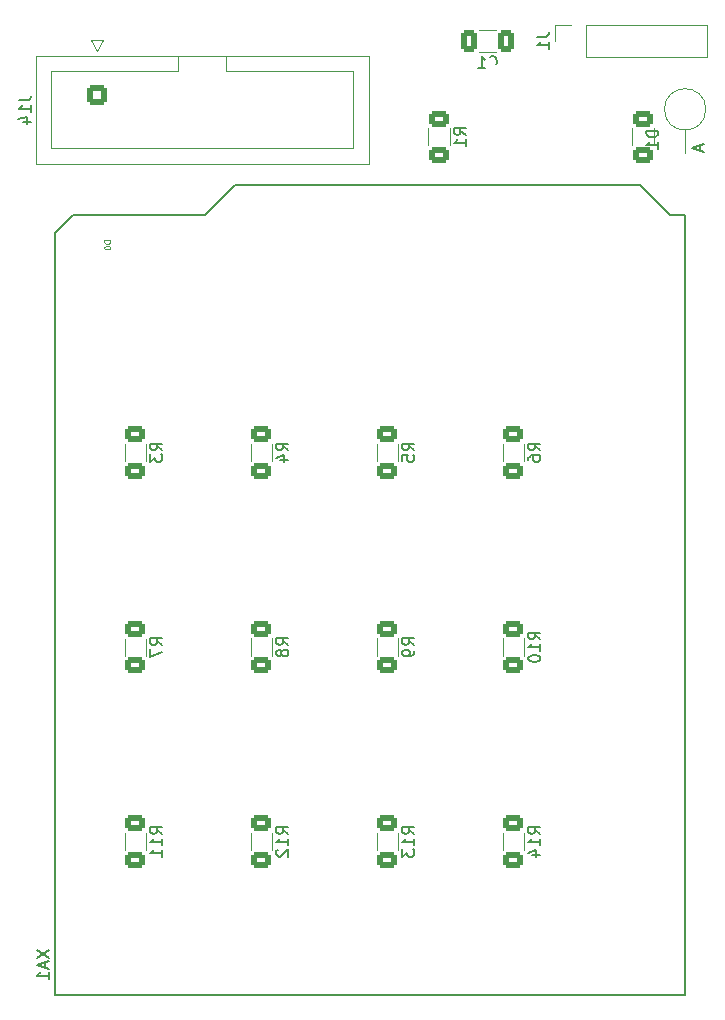
<source format=gbo>
G04 #@! TF.GenerationSoftware,KiCad,Pcbnew,7.0.1*
G04 #@! TF.CreationDate,2023-05-11T17:19:09+02:00*
G04 #@! TF.ProjectId,midi-interface,6d696469-2d69-46e7-9465-72666163652e,rev?*
G04 #@! TF.SameCoordinates,Original*
G04 #@! TF.FileFunction,Legend,Bot*
G04 #@! TF.FilePolarity,Positive*
%FSLAX46Y46*%
G04 Gerber Fmt 4.6, Leading zero omitted, Abs format (unit mm)*
G04 Created by KiCad (PCBNEW 7.0.1) date 2023-05-11 17:19:09*
%MOMM*%
%LPD*%
G01*
G04 APERTURE LIST*
G04 Aperture macros list*
%AMRoundRect*
0 Rectangle with rounded corners*
0 $1 Rounding radius*
0 $2 $3 $4 $5 $6 $7 $8 $9 X,Y pos of 4 corners*
0 Add a 4 corners polygon primitive as box body*
4,1,4,$2,$3,$4,$5,$6,$7,$8,$9,$2,$3,0*
0 Add four circle primitives for the rounded corners*
1,1,$1+$1,$2,$3*
1,1,$1+$1,$4,$5*
1,1,$1+$1,$6,$7*
1,1,$1+$1,$8,$9*
0 Add four rect primitives between the rounded corners*
20,1,$1+$1,$2,$3,$4,$5,0*
20,1,$1+$1,$4,$5,$6,$7,0*
20,1,$1+$1,$6,$7,$8,$9,0*
20,1,$1+$1,$8,$9,$2,$3,0*%
G04 Aperture macros list end*
%ADD10C,0.150000*%
%ADD11C,0.075000*%
%ADD12C,0.120000*%
%ADD13R,2.200000X2.200000*%
%ADD14O,2.200000X2.200000*%
%ADD15O,1.600000X1.600000*%
%ADD16R,1.600000X1.600000*%
%ADD17R,1.930000X1.830000*%
%ADD18C,2.130000*%
%ADD19R,1.700000X1.700000*%
%ADD20O,1.700000X1.700000*%
%ADD21O,1.727200X1.727200*%
%ADD22R,1.727200X1.727200*%
%ADD23RoundRect,0.250000X0.625000X-0.400000X0.625000X0.400000X-0.625000X0.400000X-0.625000X-0.400000X0*%
%ADD24RoundRect,0.250000X-0.412500X-0.650000X0.412500X-0.650000X0.412500X0.650000X-0.412500X0.650000X0*%
%ADD25RoundRect,0.250000X-0.625000X0.400000X-0.625000X-0.400000X0.625000X-0.400000X0.625000X0.400000X0*%
%ADD26RoundRect,0.250000X-0.600000X0.600000X-0.600000X-0.600000X0.600000X-0.600000X0.600000X0.600000X0*%
%ADD27C,1.700000*%
G04 APERTURE END LIST*
D10*
X144523984Y-74155723D02*
X143523984Y-74155723D01*
X143523984Y-74155723D02*
X143523984Y-74393818D01*
X143523984Y-74393818D02*
X143571603Y-74536675D01*
X143571603Y-74536675D02*
X143666841Y-74631913D01*
X143666841Y-74631913D02*
X143762079Y-74679532D01*
X143762079Y-74679532D02*
X143952555Y-74727151D01*
X143952555Y-74727151D02*
X144095412Y-74727151D01*
X144095412Y-74727151D02*
X144285888Y-74679532D01*
X144285888Y-74679532D02*
X144381126Y-74631913D01*
X144381126Y-74631913D02*
X144476365Y-74536675D01*
X144476365Y-74536675D02*
X144523984Y-74393818D01*
X144523984Y-74393818D02*
X144523984Y-74155723D01*
X144523984Y-75679532D02*
X144523984Y-75108104D01*
X144523984Y-75393818D02*
X143523984Y-75393818D01*
X143523984Y-75393818D02*
X143666841Y-75298580D01*
X143666841Y-75298580D02*
X143762079Y-75203342D01*
X143762079Y-75203342D02*
X143809698Y-75108104D01*
X148088904Y-75395723D02*
X148088904Y-75871913D01*
X148374619Y-75300485D02*
X147374619Y-75633818D01*
X147374619Y-75633818D02*
X148374619Y-75967151D01*
X91918619Y-143541905D02*
X92918619Y-144208571D01*
X91918619Y-144208571D02*
X92918619Y-143541905D01*
X92632904Y-144541905D02*
X92632904Y-145018095D01*
X92918619Y-144446667D02*
X91918619Y-144780000D01*
X91918619Y-144780000D02*
X92918619Y-145113333D01*
X92918619Y-145970476D02*
X92918619Y-145399048D01*
X92918619Y-145684762D02*
X91918619Y-145684762D01*
X91918619Y-145684762D02*
X92061476Y-145589524D01*
X92061476Y-145589524D02*
X92156714Y-145494286D01*
X92156714Y-145494286D02*
X92204333Y-145399048D01*
D11*
X98148309Y-83450952D02*
X97648309Y-83450952D01*
X97648309Y-83450952D02*
X97648309Y-83570000D01*
X97648309Y-83570000D02*
X97672119Y-83641428D01*
X97672119Y-83641428D02*
X97719738Y-83689047D01*
X97719738Y-83689047D02*
X97767357Y-83712857D01*
X97767357Y-83712857D02*
X97862595Y-83736666D01*
X97862595Y-83736666D02*
X97934023Y-83736666D01*
X97934023Y-83736666D02*
X98029261Y-83712857D01*
X98029261Y-83712857D02*
X98076880Y-83689047D01*
X98076880Y-83689047D02*
X98124500Y-83641428D01*
X98124500Y-83641428D02*
X98148309Y-83570000D01*
X98148309Y-83570000D02*
X98148309Y-83450952D01*
X97648309Y-84046190D02*
X97648309Y-84093809D01*
X97648309Y-84093809D02*
X97672119Y-84141428D01*
X97672119Y-84141428D02*
X97695928Y-84165238D01*
X97695928Y-84165238D02*
X97743547Y-84189047D01*
X97743547Y-84189047D02*
X97838785Y-84212857D01*
X97838785Y-84212857D02*
X97957833Y-84212857D01*
X97957833Y-84212857D02*
X98053071Y-84189047D01*
X98053071Y-84189047D02*
X98100690Y-84165238D01*
X98100690Y-84165238D02*
X98124500Y-84141428D01*
X98124500Y-84141428D02*
X98148309Y-84093809D01*
X98148309Y-84093809D02*
X98148309Y-84046190D01*
X98148309Y-84046190D02*
X98124500Y-83998571D01*
X98124500Y-83998571D02*
X98100690Y-83974762D01*
X98100690Y-83974762D02*
X98053071Y-83950952D01*
X98053071Y-83950952D02*
X97957833Y-83927143D01*
X97957833Y-83927143D02*
X97838785Y-83927143D01*
X97838785Y-83927143D02*
X97743547Y-83950952D01*
X97743547Y-83950952D02*
X97695928Y-83974762D01*
X97695928Y-83974762D02*
X97672119Y-83998571D01*
X97672119Y-83998571D02*
X97648309Y-84046190D01*
D10*
X113210619Y-117703333D02*
X112734428Y-117370000D01*
X113210619Y-117131905D02*
X112210619Y-117131905D01*
X112210619Y-117131905D02*
X112210619Y-117512857D01*
X112210619Y-117512857D02*
X112258238Y-117608095D01*
X112258238Y-117608095D02*
X112305857Y-117655714D01*
X112305857Y-117655714D02*
X112401095Y-117703333D01*
X112401095Y-117703333D02*
X112543952Y-117703333D01*
X112543952Y-117703333D02*
X112639190Y-117655714D01*
X112639190Y-117655714D02*
X112686809Y-117608095D01*
X112686809Y-117608095D02*
X112734428Y-117512857D01*
X112734428Y-117512857D02*
X112734428Y-117131905D01*
X112639190Y-118274762D02*
X112591571Y-118179524D01*
X112591571Y-118179524D02*
X112543952Y-118131905D01*
X112543952Y-118131905D02*
X112448714Y-118084286D01*
X112448714Y-118084286D02*
X112401095Y-118084286D01*
X112401095Y-118084286D02*
X112305857Y-118131905D01*
X112305857Y-118131905D02*
X112258238Y-118179524D01*
X112258238Y-118179524D02*
X112210619Y-118274762D01*
X112210619Y-118274762D02*
X112210619Y-118465238D01*
X112210619Y-118465238D02*
X112258238Y-118560476D01*
X112258238Y-118560476D02*
X112305857Y-118608095D01*
X112305857Y-118608095D02*
X112401095Y-118655714D01*
X112401095Y-118655714D02*
X112448714Y-118655714D01*
X112448714Y-118655714D02*
X112543952Y-118608095D01*
X112543952Y-118608095D02*
X112591571Y-118560476D01*
X112591571Y-118560476D02*
X112639190Y-118465238D01*
X112639190Y-118465238D02*
X112639190Y-118274762D01*
X112639190Y-118274762D02*
X112686809Y-118179524D01*
X112686809Y-118179524D02*
X112734428Y-118131905D01*
X112734428Y-118131905D02*
X112829666Y-118084286D01*
X112829666Y-118084286D02*
X113020142Y-118084286D01*
X113020142Y-118084286D02*
X113115380Y-118131905D01*
X113115380Y-118131905D02*
X113163000Y-118179524D01*
X113163000Y-118179524D02*
X113210619Y-118274762D01*
X113210619Y-118274762D02*
X113210619Y-118465238D01*
X113210619Y-118465238D02*
X113163000Y-118560476D01*
X113163000Y-118560476D02*
X113115380Y-118608095D01*
X113115380Y-118608095D02*
X113020142Y-118655714D01*
X113020142Y-118655714D02*
X112829666Y-118655714D01*
X112829666Y-118655714D02*
X112734428Y-118608095D01*
X112734428Y-118608095D02*
X112686809Y-118560476D01*
X112686809Y-118560476D02*
X112639190Y-118465238D01*
X128266619Y-74509333D02*
X127790428Y-74176000D01*
X128266619Y-73937905D02*
X127266619Y-73937905D01*
X127266619Y-73937905D02*
X127266619Y-74318857D01*
X127266619Y-74318857D02*
X127314238Y-74414095D01*
X127314238Y-74414095D02*
X127361857Y-74461714D01*
X127361857Y-74461714D02*
X127457095Y-74509333D01*
X127457095Y-74509333D02*
X127599952Y-74509333D01*
X127599952Y-74509333D02*
X127695190Y-74461714D01*
X127695190Y-74461714D02*
X127742809Y-74414095D01*
X127742809Y-74414095D02*
X127790428Y-74318857D01*
X127790428Y-74318857D02*
X127790428Y-73937905D01*
X128266619Y-75461714D02*
X128266619Y-74890286D01*
X128266619Y-75176000D02*
X127266619Y-75176000D01*
X127266619Y-75176000D02*
X127409476Y-75080762D01*
X127409476Y-75080762D02*
X127504714Y-74985524D01*
X127504714Y-74985524D02*
X127552333Y-74890286D01*
X134546619Y-117227142D02*
X134070428Y-116893809D01*
X134546619Y-116655714D02*
X133546619Y-116655714D01*
X133546619Y-116655714D02*
X133546619Y-117036666D01*
X133546619Y-117036666D02*
X133594238Y-117131904D01*
X133594238Y-117131904D02*
X133641857Y-117179523D01*
X133641857Y-117179523D02*
X133737095Y-117227142D01*
X133737095Y-117227142D02*
X133879952Y-117227142D01*
X133879952Y-117227142D02*
X133975190Y-117179523D01*
X133975190Y-117179523D02*
X134022809Y-117131904D01*
X134022809Y-117131904D02*
X134070428Y-117036666D01*
X134070428Y-117036666D02*
X134070428Y-116655714D01*
X134546619Y-118179523D02*
X134546619Y-117608095D01*
X134546619Y-117893809D02*
X133546619Y-117893809D01*
X133546619Y-117893809D02*
X133689476Y-117798571D01*
X133689476Y-117798571D02*
X133784714Y-117703333D01*
X133784714Y-117703333D02*
X133832333Y-117608095D01*
X133546619Y-118798571D02*
X133546619Y-118893809D01*
X133546619Y-118893809D02*
X133594238Y-118989047D01*
X133594238Y-118989047D02*
X133641857Y-119036666D01*
X133641857Y-119036666D02*
X133737095Y-119084285D01*
X133737095Y-119084285D02*
X133927571Y-119131904D01*
X133927571Y-119131904D02*
X134165666Y-119131904D01*
X134165666Y-119131904D02*
X134356142Y-119084285D01*
X134356142Y-119084285D02*
X134451380Y-119036666D01*
X134451380Y-119036666D02*
X134499000Y-118989047D01*
X134499000Y-118989047D02*
X134546619Y-118893809D01*
X134546619Y-118893809D02*
X134546619Y-118798571D01*
X134546619Y-118798571D02*
X134499000Y-118703333D01*
X134499000Y-118703333D02*
X134451380Y-118655714D01*
X134451380Y-118655714D02*
X134356142Y-118608095D01*
X134356142Y-118608095D02*
X134165666Y-118560476D01*
X134165666Y-118560476D02*
X133927571Y-118560476D01*
X133927571Y-118560476D02*
X133737095Y-118608095D01*
X133737095Y-118608095D02*
X133641857Y-118655714D01*
X133641857Y-118655714D02*
X133594238Y-118703333D01*
X133594238Y-118703333D02*
X133546619Y-118798571D01*
X130253166Y-68765380D02*
X130300785Y-68813000D01*
X130300785Y-68813000D02*
X130443642Y-68860619D01*
X130443642Y-68860619D02*
X130538880Y-68860619D01*
X130538880Y-68860619D02*
X130681737Y-68813000D01*
X130681737Y-68813000D02*
X130776975Y-68717761D01*
X130776975Y-68717761D02*
X130824594Y-68622523D01*
X130824594Y-68622523D02*
X130872213Y-68432047D01*
X130872213Y-68432047D02*
X130872213Y-68289190D01*
X130872213Y-68289190D02*
X130824594Y-68098714D01*
X130824594Y-68098714D02*
X130776975Y-68003476D01*
X130776975Y-68003476D02*
X130681737Y-67908238D01*
X130681737Y-67908238D02*
X130538880Y-67860619D01*
X130538880Y-67860619D02*
X130443642Y-67860619D01*
X130443642Y-67860619D02*
X130300785Y-67908238D01*
X130300785Y-67908238D02*
X130253166Y-67955857D01*
X129300785Y-68860619D02*
X129872213Y-68860619D01*
X129586499Y-68860619D02*
X129586499Y-67860619D01*
X129586499Y-67860619D02*
X129681737Y-68003476D01*
X129681737Y-68003476D02*
X129776975Y-68098714D01*
X129776975Y-68098714D02*
X129872213Y-68146333D01*
X123878619Y-101223333D02*
X123402428Y-100890000D01*
X123878619Y-100651905D02*
X122878619Y-100651905D01*
X122878619Y-100651905D02*
X122878619Y-101032857D01*
X122878619Y-101032857D02*
X122926238Y-101128095D01*
X122926238Y-101128095D02*
X122973857Y-101175714D01*
X122973857Y-101175714D02*
X123069095Y-101223333D01*
X123069095Y-101223333D02*
X123211952Y-101223333D01*
X123211952Y-101223333D02*
X123307190Y-101175714D01*
X123307190Y-101175714D02*
X123354809Y-101128095D01*
X123354809Y-101128095D02*
X123402428Y-101032857D01*
X123402428Y-101032857D02*
X123402428Y-100651905D01*
X122878619Y-102128095D02*
X122878619Y-101651905D01*
X122878619Y-101651905D02*
X123354809Y-101604286D01*
X123354809Y-101604286D02*
X123307190Y-101651905D01*
X123307190Y-101651905D02*
X123259571Y-101747143D01*
X123259571Y-101747143D02*
X123259571Y-101985238D01*
X123259571Y-101985238D02*
X123307190Y-102080476D01*
X123307190Y-102080476D02*
X123354809Y-102128095D01*
X123354809Y-102128095D02*
X123450047Y-102175714D01*
X123450047Y-102175714D02*
X123688142Y-102175714D01*
X123688142Y-102175714D02*
X123783380Y-102128095D01*
X123783380Y-102128095D02*
X123831000Y-102080476D01*
X123831000Y-102080476D02*
X123878619Y-101985238D01*
X123878619Y-101985238D02*
X123878619Y-101747143D01*
X123878619Y-101747143D02*
X123831000Y-101651905D01*
X123831000Y-101651905D02*
X123783380Y-101604286D01*
X90390619Y-71580476D02*
X91104904Y-71580476D01*
X91104904Y-71580476D02*
X91247761Y-71532857D01*
X91247761Y-71532857D02*
X91343000Y-71437619D01*
X91343000Y-71437619D02*
X91390619Y-71294762D01*
X91390619Y-71294762D02*
X91390619Y-71199524D01*
X91390619Y-72580476D02*
X91390619Y-72009048D01*
X91390619Y-72294762D02*
X90390619Y-72294762D01*
X90390619Y-72294762D02*
X90533476Y-72199524D01*
X90533476Y-72199524D02*
X90628714Y-72104286D01*
X90628714Y-72104286D02*
X90676333Y-72009048D01*
X90723952Y-73437619D02*
X91390619Y-73437619D01*
X90343000Y-73199524D02*
X91057285Y-72961429D01*
X91057285Y-72961429D02*
X91057285Y-73580476D01*
X134292619Y-66214666D02*
X135006904Y-66214666D01*
X135006904Y-66214666D02*
X135149761Y-66167047D01*
X135149761Y-66167047D02*
X135245000Y-66071809D01*
X135245000Y-66071809D02*
X135292619Y-65928952D01*
X135292619Y-65928952D02*
X135292619Y-65833714D01*
X135292619Y-67214666D02*
X135292619Y-66643238D01*
X135292619Y-66928952D02*
X134292619Y-66928952D01*
X134292619Y-66928952D02*
X134435476Y-66833714D01*
X134435476Y-66833714D02*
X134530714Y-66738476D01*
X134530714Y-66738476D02*
X134578333Y-66643238D01*
X102542619Y-101223333D02*
X102066428Y-100890000D01*
X102542619Y-100651905D02*
X101542619Y-100651905D01*
X101542619Y-100651905D02*
X101542619Y-101032857D01*
X101542619Y-101032857D02*
X101590238Y-101128095D01*
X101590238Y-101128095D02*
X101637857Y-101175714D01*
X101637857Y-101175714D02*
X101733095Y-101223333D01*
X101733095Y-101223333D02*
X101875952Y-101223333D01*
X101875952Y-101223333D02*
X101971190Y-101175714D01*
X101971190Y-101175714D02*
X102018809Y-101128095D01*
X102018809Y-101128095D02*
X102066428Y-101032857D01*
X102066428Y-101032857D02*
X102066428Y-100651905D01*
X101542619Y-101556667D02*
X101542619Y-102175714D01*
X101542619Y-102175714D02*
X101923571Y-101842381D01*
X101923571Y-101842381D02*
X101923571Y-101985238D01*
X101923571Y-101985238D02*
X101971190Y-102080476D01*
X101971190Y-102080476D02*
X102018809Y-102128095D01*
X102018809Y-102128095D02*
X102114047Y-102175714D01*
X102114047Y-102175714D02*
X102352142Y-102175714D01*
X102352142Y-102175714D02*
X102447380Y-102128095D01*
X102447380Y-102128095D02*
X102495000Y-102080476D01*
X102495000Y-102080476D02*
X102542619Y-101985238D01*
X102542619Y-101985238D02*
X102542619Y-101699524D01*
X102542619Y-101699524D02*
X102495000Y-101604286D01*
X102495000Y-101604286D02*
X102447380Y-101556667D01*
X113210619Y-101223333D02*
X112734428Y-100890000D01*
X113210619Y-100651905D02*
X112210619Y-100651905D01*
X112210619Y-100651905D02*
X112210619Y-101032857D01*
X112210619Y-101032857D02*
X112258238Y-101128095D01*
X112258238Y-101128095D02*
X112305857Y-101175714D01*
X112305857Y-101175714D02*
X112401095Y-101223333D01*
X112401095Y-101223333D02*
X112543952Y-101223333D01*
X112543952Y-101223333D02*
X112639190Y-101175714D01*
X112639190Y-101175714D02*
X112686809Y-101128095D01*
X112686809Y-101128095D02*
X112734428Y-101032857D01*
X112734428Y-101032857D02*
X112734428Y-100651905D01*
X112543952Y-102080476D02*
X113210619Y-102080476D01*
X112163000Y-101842381D02*
X112877285Y-101604286D01*
X112877285Y-101604286D02*
X112877285Y-102223333D01*
X102542619Y-117715333D02*
X102066428Y-117382000D01*
X102542619Y-117143905D02*
X101542619Y-117143905D01*
X101542619Y-117143905D02*
X101542619Y-117524857D01*
X101542619Y-117524857D02*
X101590238Y-117620095D01*
X101590238Y-117620095D02*
X101637857Y-117667714D01*
X101637857Y-117667714D02*
X101733095Y-117715333D01*
X101733095Y-117715333D02*
X101875952Y-117715333D01*
X101875952Y-117715333D02*
X101971190Y-117667714D01*
X101971190Y-117667714D02*
X102018809Y-117620095D01*
X102018809Y-117620095D02*
X102066428Y-117524857D01*
X102066428Y-117524857D02*
X102066428Y-117143905D01*
X101542619Y-118048667D02*
X101542619Y-118715333D01*
X101542619Y-118715333D02*
X102542619Y-118286762D01*
X123878619Y-133707142D02*
X123402428Y-133373809D01*
X123878619Y-133135714D02*
X122878619Y-133135714D01*
X122878619Y-133135714D02*
X122878619Y-133516666D01*
X122878619Y-133516666D02*
X122926238Y-133611904D01*
X122926238Y-133611904D02*
X122973857Y-133659523D01*
X122973857Y-133659523D02*
X123069095Y-133707142D01*
X123069095Y-133707142D02*
X123211952Y-133707142D01*
X123211952Y-133707142D02*
X123307190Y-133659523D01*
X123307190Y-133659523D02*
X123354809Y-133611904D01*
X123354809Y-133611904D02*
X123402428Y-133516666D01*
X123402428Y-133516666D02*
X123402428Y-133135714D01*
X123878619Y-134659523D02*
X123878619Y-134088095D01*
X123878619Y-134373809D02*
X122878619Y-134373809D01*
X122878619Y-134373809D02*
X123021476Y-134278571D01*
X123021476Y-134278571D02*
X123116714Y-134183333D01*
X123116714Y-134183333D02*
X123164333Y-134088095D01*
X122878619Y-134992857D02*
X122878619Y-135611904D01*
X122878619Y-135611904D02*
X123259571Y-135278571D01*
X123259571Y-135278571D02*
X123259571Y-135421428D01*
X123259571Y-135421428D02*
X123307190Y-135516666D01*
X123307190Y-135516666D02*
X123354809Y-135564285D01*
X123354809Y-135564285D02*
X123450047Y-135611904D01*
X123450047Y-135611904D02*
X123688142Y-135611904D01*
X123688142Y-135611904D02*
X123783380Y-135564285D01*
X123783380Y-135564285D02*
X123831000Y-135516666D01*
X123831000Y-135516666D02*
X123878619Y-135421428D01*
X123878619Y-135421428D02*
X123878619Y-135135714D01*
X123878619Y-135135714D02*
X123831000Y-135040476D01*
X123831000Y-135040476D02*
X123783380Y-134992857D01*
X123878619Y-117703333D02*
X123402428Y-117370000D01*
X123878619Y-117131905D02*
X122878619Y-117131905D01*
X122878619Y-117131905D02*
X122878619Y-117512857D01*
X122878619Y-117512857D02*
X122926238Y-117608095D01*
X122926238Y-117608095D02*
X122973857Y-117655714D01*
X122973857Y-117655714D02*
X123069095Y-117703333D01*
X123069095Y-117703333D02*
X123211952Y-117703333D01*
X123211952Y-117703333D02*
X123307190Y-117655714D01*
X123307190Y-117655714D02*
X123354809Y-117608095D01*
X123354809Y-117608095D02*
X123402428Y-117512857D01*
X123402428Y-117512857D02*
X123402428Y-117131905D01*
X123878619Y-118179524D02*
X123878619Y-118370000D01*
X123878619Y-118370000D02*
X123831000Y-118465238D01*
X123831000Y-118465238D02*
X123783380Y-118512857D01*
X123783380Y-118512857D02*
X123640523Y-118608095D01*
X123640523Y-118608095D02*
X123450047Y-118655714D01*
X123450047Y-118655714D02*
X123069095Y-118655714D01*
X123069095Y-118655714D02*
X122973857Y-118608095D01*
X122973857Y-118608095D02*
X122926238Y-118560476D01*
X122926238Y-118560476D02*
X122878619Y-118465238D01*
X122878619Y-118465238D02*
X122878619Y-118274762D01*
X122878619Y-118274762D02*
X122926238Y-118179524D01*
X122926238Y-118179524D02*
X122973857Y-118131905D01*
X122973857Y-118131905D02*
X123069095Y-118084286D01*
X123069095Y-118084286D02*
X123307190Y-118084286D01*
X123307190Y-118084286D02*
X123402428Y-118131905D01*
X123402428Y-118131905D02*
X123450047Y-118179524D01*
X123450047Y-118179524D02*
X123497666Y-118274762D01*
X123497666Y-118274762D02*
X123497666Y-118465238D01*
X123497666Y-118465238D02*
X123450047Y-118560476D01*
X123450047Y-118560476D02*
X123402428Y-118608095D01*
X123402428Y-118608095D02*
X123307190Y-118655714D01*
X134546619Y-133707142D02*
X134070428Y-133373809D01*
X134546619Y-133135714D02*
X133546619Y-133135714D01*
X133546619Y-133135714D02*
X133546619Y-133516666D01*
X133546619Y-133516666D02*
X133594238Y-133611904D01*
X133594238Y-133611904D02*
X133641857Y-133659523D01*
X133641857Y-133659523D02*
X133737095Y-133707142D01*
X133737095Y-133707142D02*
X133879952Y-133707142D01*
X133879952Y-133707142D02*
X133975190Y-133659523D01*
X133975190Y-133659523D02*
X134022809Y-133611904D01*
X134022809Y-133611904D02*
X134070428Y-133516666D01*
X134070428Y-133516666D02*
X134070428Y-133135714D01*
X134546619Y-134659523D02*
X134546619Y-134088095D01*
X134546619Y-134373809D02*
X133546619Y-134373809D01*
X133546619Y-134373809D02*
X133689476Y-134278571D01*
X133689476Y-134278571D02*
X133784714Y-134183333D01*
X133784714Y-134183333D02*
X133832333Y-134088095D01*
X133879952Y-135516666D02*
X134546619Y-135516666D01*
X133499000Y-135278571D02*
X134213285Y-135040476D01*
X134213285Y-135040476D02*
X134213285Y-135659523D01*
X113210619Y-133707142D02*
X112734428Y-133373809D01*
X113210619Y-133135714D02*
X112210619Y-133135714D01*
X112210619Y-133135714D02*
X112210619Y-133516666D01*
X112210619Y-133516666D02*
X112258238Y-133611904D01*
X112258238Y-133611904D02*
X112305857Y-133659523D01*
X112305857Y-133659523D02*
X112401095Y-133707142D01*
X112401095Y-133707142D02*
X112543952Y-133707142D01*
X112543952Y-133707142D02*
X112639190Y-133659523D01*
X112639190Y-133659523D02*
X112686809Y-133611904D01*
X112686809Y-133611904D02*
X112734428Y-133516666D01*
X112734428Y-133516666D02*
X112734428Y-133135714D01*
X113210619Y-134659523D02*
X113210619Y-134088095D01*
X113210619Y-134373809D02*
X112210619Y-134373809D01*
X112210619Y-134373809D02*
X112353476Y-134278571D01*
X112353476Y-134278571D02*
X112448714Y-134183333D01*
X112448714Y-134183333D02*
X112496333Y-134088095D01*
X112305857Y-135040476D02*
X112258238Y-135088095D01*
X112258238Y-135088095D02*
X112210619Y-135183333D01*
X112210619Y-135183333D02*
X112210619Y-135421428D01*
X112210619Y-135421428D02*
X112258238Y-135516666D01*
X112258238Y-135516666D02*
X112305857Y-135564285D01*
X112305857Y-135564285D02*
X112401095Y-135611904D01*
X112401095Y-135611904D02*
X112496333Y-135611904D01*
X112496333Y-135611904D02*
X112639190Y-135564285D01*
X112639190Y-135564285D02*
X113210619Y-134992857D01*
X113210619Y-134992857D02*
X113210619Y-135611904D01*
X134546619Y-101223333D02*
X134070428Y-100890000D01*
X134546619Y-100651905D02*
X133546619Y-100651905D01*
X133546619Y-100651905D02*
X133546619Y-101032857D01*
X133546619Y-101032857D02*
X133594238Y-101128095D01*
X133594238Y-101128095D02*
X133641857Y-101175714D01*
X133641857Y-101175714D02*
X133737095Y-101223333D01*
X133737095Y-101223333D02*
X133879952Y-101223333D01*
X133879952Y-101223333D02*
X133975190Y-101175714D01*
X133975190Y-101175714D02*
X134022809Y-101128095D01*
X134022809Y-101128095D02*
X134070428Y-101032857D01*
X134070428Y-101032857D02*
X134070428Y-100651905D01*
X133546619Y-102080476D02*
X133546619Y-101890000D01*
X133546619Y-101890000D02*
X133594238Y-101794762D01*
X133594238Y-101794762D02*
X133641857Y-101747143D01*
X133641857Y-101747143D02*
X133784714Y-101651905D01*
X133784714Y-101651905D02*
X133975190Y-101604286D01*
X133975190Y-101604286D02*
X134356142Y-101604286D01*
X134356142Y-101604286D02*
X134451380Y-101651905D01*
X134451380Y-101651905D02*
X134499000Y-101699524D01*
X134499000Y-101699524D02*
X134546619Y-101794762D01*
X134546619Y-101794762D02*
X134546619Y-101985238D01*
X134546619Y-101985238D02*
X134499000Y-102080476D01*
X134499000Y-102080476D02*
X134451380Y-102128095D01*
X134451380Y-102128095D02*
X134356142Y-102175714D01*
X134356142Y-102175714D02*
X134118047Y-102175714D01*
X134118047Y-102175714D02*
X134022809Y-102128095D01*
X134022809Y-102128095D02*
X133975190Y-102080476D01*
X133975190Y-102080476D02*
X133927571Y-101985238D01*
X133927571Y-101985238D02*
X133927571Y-101794762D01*
X133927571Y-101794762D02*
X133975190Y-101699524D01*
X133975190Y-101699524D02*
X134022809Y-101651905D01*
X134022809Y-101651905D02*
X134118047Y-101604286D01*
X102542619Y-133707142D02*
X102066428Y-133373809D01*
X102542619Y-133135714D02*
X101542619Y-133135714D01*
X101542619Y-133135714D02*
X101542619Y-133516666D01*
X101542619Y-133516666D02*
X101590238Y-133611904D01*
X101590238Y-133611904D02*
X101637857Y-133659523D01*
X101637857Y-133659523D02*
X101733095Y-133707142D01*
X101733095Y-133707142D02*
X101875952Y-133707142D01*
X101875952Y-133707142D02*
X101971190Y-133659523D01*
X101971190Y-133659523D02*
X102018809Y-133611904D01*
X102018809Y-133611904D02*
X102066428Y-133516666D01*
X102066428Y-133516666D02*
X102066428Y-133135714D01*
X102542619Y-134659523D02*
X102542619Y-134088095D01*
X102542619Y-134373809D02*
X101542619Y-134373809D01*
X101542619Y-134373809D02*
X101685476Y-134278571D01*
X101685476Y-134278571D02*
X101780714Y-134183333D01*
X101780714Y-134183333D02*
X101828333Y-134088095D01*
X102542619Y-135611904D02*
X102542619Y-135040476D01*
X102542619Y-135326190D02*
X101542619Y-135326190D01*
X101542619Y-135326190D02*
X101685476Y-135230952D01*
X101685476Y-135230952D02*
X101780714Y-135135714D01*
X101780714Y-135135714D02*
X101828333Y-135040476D01*
D12*
X146812000Y-74104453D02*
X146812000Y-76033818D01*
X148562635Y-72353818D02*
G75*
G03*
X148562635Y-72353818I-1750635J0D01*
G01*
D10*
X93472000Y-147320000D02*
X146812000Y-147320000D01*
X93472000Y-147320000D02*
X93472000Y-82804000D01*
X146812000Y-147320000D02*
X146812000Y-81280000D01*
X93472000Y-82804000D02*
X94996000Y-81280000D01*
X106172000Y-81280000D02*
X94996000Y-81280000D01*
X145542000Y-81280000D02*
X143002000Y-78740000D01*
X146812000Y-81280000D02*
X145542000Y-81280000D01*
X108712000Y-78740000D02*
X106172000Y-81280000D01*
X143002000Y-78740000D02*
X108712000Y-78740000D01*
D12*
X110018000Y-118597064D02*
X110018000Y-117142936D01*
X111838000Y-118597064D02*
X111838000Y-117142936D01*
X125074000Y-75403064D02*
X125074000Y-73948936D01*
X126894000Y-75403064D02*
X126894000Y-73948936D01*
X131354000Y-118597064D02*
X131354000Y-117142936D01*
X133174000Y-118597064D02*
X133174000Y-117142936D01*
X129375248Y-65638000D02*
X130797752Y-65638000D01*
X129375248Y-67458000D02*
X130797752Y-67458000D01*
X120686000Y-102117064D02*
X120686000Y-100662936D01*
X122506000Y-102117064D02*
X122506000Y-100662936D01*
X144166000Y-73948936D02*
X144166000Y-75403064D01*
X142346000Y-73948936D02*
X142346000Y-75403064D01*
X97528000Y-66440000D02*
X97028000Y-67440000D01*
X96528000Y-66440000D02*
X97528000Y-66440000D01*
X97028000Y-67440000D02*
X96528000Y-66440000D01*
X120018000Y-67830000D02*
X91818000Y-67830000D01*
X103868000Y-67830000D02*
X103868000Y-69140000D01*
X91818000Y-67830000D02*
X91818000Y-76950000D01*
X118718000Y-69140000D02*
X107968000Y-69140000D01*
X107968000Y-69140000D02*
X107968000Y-67830000D01*
X107968000Y-69140000D02*
X107968000Y-69140000D01*
X103868000Y-69140000D02*
X93118000Y-69140000D01*
X93118000Y-69140000D02*
X93118000Y-75640000D01*
X118718000Y-75640000D02*
X118718000Y-69140000D01*
X93118000Y-75640000D02*
X118718000Y-75640000D01*
X120018000Y-76950000D02*
X120018000Y-67830000D01*
X91818000Y-76950000D02*
X120018000Y-76950000D01*
X148650000Y-65218000D02*
X148650000Y-67878000D01*
X138430000Y-65218000D02*
X148650000Y-65218000D01*
X138430000Y-65218000D02*
X138430000Y-67878000D01*
X137160000Y-65218000D02*
X135830000Y-65218000D01*
X135830000Y-65218000D02*
X135830000Y-66548000D01*
X138430000Y-67878000D02*
X148650000Y-67878000D01*
X99350000Y-102117064D02*
X99350000Y-100662936D01*
X101170000Y-102117064D02*
X101170000Y-100662936D01*
X110018000Y-102117064D02*
X110018000Y-100662936D01*
X111838000Y-102117064D02*
X111838000Y-100662936D01*
X99350000Y-118609064D02*
X99350000Y-117154936D01*
X101170000Y-118609064D02*
X101170000Y-117154936D01*
X120686000Y-135077064D02*
X120686000Y-133622936D01*
X122506000Y-135077064D02*
X122506000Y-133622936D01*
X120686000Y-118597064D02*
X120686000Y-117142936D01*
X122506000Y-118597064D02*
X122506000Y-117142936D01*
X131354000Y-135077064D02*
X131354000Y-133622936D01*
X133174000Y-135077064D02*
X133174000Y-133622936D01*
X110018000Y-135077064D02*
X110018000Y-133622936D01*
X111838000Y-135077064D02*
X111838000Y-133622936D01*
X131354000Y-102117064D02*
X131354000Y-100662936D01*
X133174000Y-102117064D02*
X133174000Y-100662936D01*
X99350000Y-135077064D02*
X99350000Y-133622936D01*
X101170000Y-135077064D02*
X101170000Y-133622936D01*
%LPC*%
D13*
X146812000Y-72353818D03*
D14*
X146812000Y-77433818D03*
D15*
X130556000Y-69332000D03*
X133096000Y-69332000D03*
X135636000Y-69332000D03*
X138176000Y-69332000D03*
X138176000Y-76952000D03*
X135636000Y-76952000D03*
X133096000Y-76952000D03*
D16*
X130556000Y-76952000D03*
D17*
X114808000Y-116840000D03*
D18*
X114808000Y-128240000D03*
X114808000Y-119940000D03*
D17*
X125476000Y-116840000D03*
D18*
X125476000Y-128240000D03*
X125476000Y-119940000D03*
D19*
X98552000Y-79248000D03*
D20*
X96012000Y-79248000D03*
D17*
X104140000Y-116840000D03*
D18*
X104140000Y-128240000D03*
X104140000Y-119940000D03*
D17*
X125476000Y-133320000D03*
D18*
X125476000Y-144720000D03*
X125476000Y-136420000D03*
D17*
X104140000Y-100360000D03*
D18*
X104140000Y-111760000D03*
X104140000Y-103460000D03*
D17*
X136144000Y-133320000D03*
D18*
X136144000Y-144720000D03*
X136144000Y-136420000D03*
D17*
X125476000Y-100360000D03*
D18*
X125476000Y-111760000D03*
X125476000Y-103460000D03*
D17*
X136144000Y-100360000D03*
D18*
X136144000Y-111760000D03*
X136144000Y-103460000D03*
D17*
X114808000Y-100360000D03*
D18*
X114808000Y-111760000D03*
X114808000Y-103460000D03*
D17*
X104140000Y-133320000D03*
D18*
X104140000Y-144720000D03*
X104140000Y-136420000D03*
D17*
X136144000Y-116840000D03*
D18*
X136144000Y-128240000D03*
X136144000Y-119940000D03*
D17*
X114808000Y-133320000D03*
D18*
X114808000Y-144720000D03*
X114808000Y-136420000D03*
D21*
X144272000Y-119380000D03*
X144272000Y-111760000D03*
X144272000Y-109220000D03*
X144272000Y-96520000D03*
X144272000Y-93980000D03*
X144272000Y-91440000D03*
X144272000Y-88900000D03*
X144272000Y-86360000D03*
X144272000Y-83820000D03*
X96012000Y-123444000D03*
X96012000Y-83820000D03*
X96012000Y-86360000D03*
X96012000Y-88900000D03*
X96012000Y-91440000D03*
X96012000Y-93980000D03*
X96012000Y-96520000D03*
X96012000Y-99060000D03*
X96012000Y-101600000D03*
X96012000Y-105664000D03*
X96012000Y-108204000D03*
X96012000Y-110744000D03*
X96012000Y-113284000D03*
X96012000Y-115824000D03*
X96012000Y-118364000D03*
D22*
X96012000Y-120904000D03*
X144272000Y-106680000D03*
X144272000Y-104140000D03*
D21*
X144272000Y-116840000D03*
X144272000Y-114300000D03*
X96012000Y-128524000D03*
X96012000Y-125984000D03*
X144272000Y-101600000D03*
D23*
X110928000Y-119420000D03*
X110928000Y-116320000D03*
X125984000Y-76226000D03*
X125984000Y-73126000D03*
X132264000Y-119420000D03*
X132264000Y-116320000D03*
D24*
X128524000Y-66548000D03*
X131649000Y-66548000D03*
D23*
X121596000Y-102940000D03*
X121596000Y-99840000D03*
D25*
X143256000Y-73126000D03*
X143256000Y-76226000D03*
D26*
X97028000Y-71120000D03*
D27*
X97028000Y-73660000D03*
X99568000Y-71120000D03*
X99568000Y-73660000D03*
X102108000Y-71120000D03*
X102108000Y-73660000D03*
X104648000Y-71120000D03*
X104648000Y-73660000D03*
X107188000Y-71120000D03*
X107188000Y-73660000D03*
X109728000Y-71120000D03*
X109728000Y-73660000D03*
X112268000Y-71120000D03*
X112268000Y-73660000D03*
X114808000Y-71120000D03*
X114808000Y-73660000D03*
D19*
X137160000Y-66548000D03*
D20*
X139700000Y-66548000D03*
X142240000Y-66548000D03*
X144780000Y-66548000D03*
X147320000Y-66548000D03*
D23*
X100260000Y-102940000D03*
X100260000Y-99840000D03*
X110928000Y-102940000D03*
X110928000Y-99840000D03*
X100260000Y-119432000D03*
X100260000Y-116332000D03*
X121596000Y-135900000D03*
X121596000Y-132800000D03*
X121596000Y-119420000D03*
X121596000Y-116320000D03*
X132264000Y-135900000D03*
X132264000Y-132800000D03*
X110928000Y-135900000D03*
X110928000Y-132800000D03*
X132264000Y-102940000D03*
X132264000Y-99840000D03*
X100260000Y-135900000D03*
X100260000Y-132800000D03*
M02*

</source>
